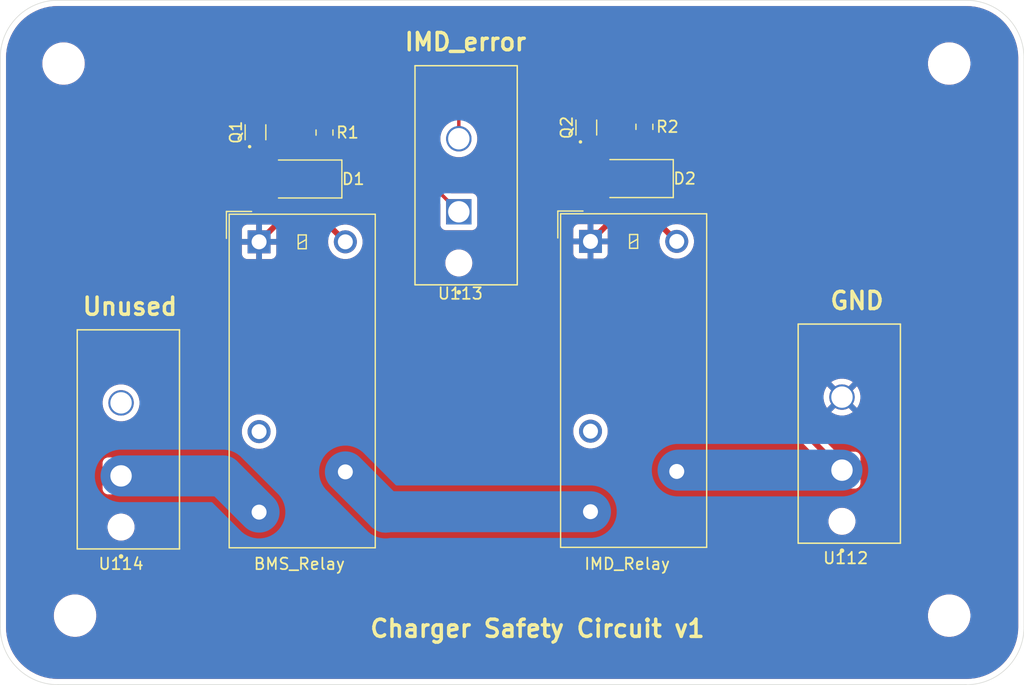
<source format=kicad_pcb>
(kicad_pcb (version 20241229) (generator "pcbnew") (generator_version "9.0")
  (layers (0 "F.Cu" signal) (2 "B.Cu" signal) (13 "F.Paste" user) (15 "B.Paste" user) (5 "F.SilkS" user "F.Silkscreen") (7 "B.SilkS" user "B.Silkscreen") (1 "F.Mask" user) (3 "B.Mask" user) (25 "Edge.Cuts" user))
  (net 0 "")
  (net 1 "Net-(D1-K)")
  (net 2 "GND")
  (net 3 "Net-(D2-K)")
  (net 5 "Net-(K3-Pad11)")
  (net 6 "/+12_Relay")
  (net 8 "+12V")
  (net 9 "/BMS_CSO")
  (net 10 "/IMD_Error")
  (net 11 "/Unused?")
  (footprint "641964-1:TE_641964-1" (layer "F.Cu") (at 117 115.35 90)
    (property "Reference" "U114" (at -7.65 0 0) (layer "F.SilkS"))
    (property "Value" "Relay Output")
    (fp_line (start 12.7 -3.81) (end -6.35 -3.81) (stroke (width 0.127)) (layer "F.SilkS"))
    (fp_line (start 12.7 -3.81) (end 12.7 5.08) (stroke (width 0.127)) (layer "F.SilkS"))
    (fp_line (start 12.7 5.08) (end -6.35 5.08) (stroke (width 0.127)) (layer "F.SilkS"))
    (fp_line (start -6.35 5.08) (end -6.35 -3.81) (stroke (width 0.127)) (layer "F.SilkS"))
    (fp_circle (center -7 0) (end -6.9 0) (stroke (width 0.2)) (fill no) (layer "F.SilkS"))
    (pad "" np_thru_hole circle (at -4.45 0 90) (size 1.86 1.86) (drill 1.86) (layers "*.Cu" "*.Mask"))
    (pad "1" thru_hole rect (at 0 0 90) (size 2.21 2.21) (drill 1.86) (layers "*.Cu" "*.Mask") (net 6 "/+12_Relay"))
    (pad "2" thru_hole circle (at 6.35 0 90) (size 2.21 2.21) (drill 1.86) (layers "*.Cu" "*.Mask") (net 11 "/Unused?"))
  )
  (footprint "Relay_THT:Relay_SPDT_Omron_G2RL-1" (layer "F.Cu") (at 157.8125 94.9625)
    (property "Reference" "K4" (hide yes))
    (property "Value" "IMD_Relay" (at 3.1875 28.0375 180) (layer "F.SilkS"))
    (fp_line (start -2.84 -2.64) (end -0.65 -2.64) (stroke (width 0.12)) (layer "F.SilkS"))
    (fp_line (start -2.84 -0.3) (end -2.84 -2.64) (stroke (width 0.12)) (layer "F.SilkS"))
    (fp_line (start -2.6 -2.4) (end -2.6 26.6) (stroke (width 0.12)) (layer "F.SilkS"))
    (fp_line (start -2.6 26.6) (end 10.1 26.6) (stroke (width 0.12)) (layer "F.SilkS"))
    (fp_line (start 3.4 -0.6) (end 3.4 0.6) (stroke (width 0.12)) (layer "F.SilkS"))
    (fp_line (start 3.4 0.2) (end 4.1 -0.2) (stroke (width 0.12)) (layer "F.SilkS"))
    (fp_line (start 3.4 0.6) (end 4.1 0.6) (stroke (width 0.12)) (layer "F.SilkS"))
    (fp_line (start 4.1 -0.6) (end 3.4 -0.6) (stroke (width 0.12)) (layer "F.SilkS"))
    (fp_line (start 4.1 0.6) (end 4.1 -0.6) (stroke (width 0.12)) (layer "F.SilkS"))
    (fp_line (start 10.1 -2.4) (end -2.6 -2.4) (stroke (width 0.12)) (layer "F.SilkS"))
    (fp_line (start 10.1 26.6) (end 10.1 -2.4) (stroke (width 0.12)) (layer "F.SilkS"))
    (pad "11" thru_hole circle (at 7.5 20) (size 2 2) (drill 1.3) (layers "*.Cu" "*.Mask") (net 8 "+12V"))
    (pad "12" thru_hole circle (at 0 16.5) (size 2 2) (drill 1.3) (layers "*.Cu" "*.Mask"))
    (pad "14" thru_hole circle (at 0 23.5) (size 2 2) (drill 1.3) (layers "*.Cu" "*.Mask") (net 5 "Net-(K3-Pad11)"))
    (pad "A1" thru_hole rect (at 0 0) (size 2 2) (drill 1.3) (layers "*.Cu" "*.Mask") (net 2 "GND"))
    (pad "A2" thru_hole circle (at 7.5 0) (size 2 2) (drill 1.3) (layers "*.Cu" "*.Mask") (net 3 "Net-(D2-K)"))
  )
  (footprint "Resistor_SMD:R_0805_2012Metric_Pad1.20x1.40mm_HandSolder" (layer "F.Cu") (at 162.5 85 -90)
    (property "Reference" "R2" (at 0 -2 0) (layer "F.SilkS"))
    (property "Value" "2.2K")
    (fp_line (start -0.227064 0.735) (end 0.227064 0.735) (stroke (width 0.12)) (layer "F.SilkS"))
    (fp_line (start -0.227064 -0.735) (end 0.227064 -0.735) (stroke (width 0.12)) (layer "F.SilkS"))
    (pad "1" smd roundrect (at -1 0 270) (size 1.2 1.4) (layers "F.Cu" "F.Mask" "F.Paste") (roundrect_rratio 0.208333) (net 10 "/IMD_Error"))
    (pad "2" smd roundrect (at 1 0 270) (size 1.2 1.4) (layers "F.Cu" "F.Mask" "F.Paste") (roundrect_rratio 0.208333) (net 2 "GND"))
  )
  (footprint "Relay_THT:Relay_SPDT_Omron_G2RL-1" (layer "F.Cu") (at 129 95)
    (property "Reference" "K3" (hide yes))
    (property "Value" "BMS_Relay" (at 3.5 28 180) (layer "F.SilkS"))
    (fp_line (start -2.84 -2.64) (end -0.65 -2.64) (stroke (width 0.12)) (layer "F.SilkS"))
    (fp_line (start -2.84 -0.3) (end -2.84 -2.64) (stroke (width 0.12)) (layer "F.SilkS"))
    (fp_line (start -2.6 -2.4) (end -2.6 26.6) (stroke (width 0.12)) (layer "F.SilkS"))
    (fp_line (start -2.6 26.6) (end 10.1 26.6) (stroke (width 0.12)) (layer "F.SilkS"))
    (fp_line (start 3.4 -0.6) (end 3.4 0.6) (stroke (width 0.12)) (layer "F.SilkS"))
    (fp_line (start 3.4 0.2) (end 4.1 -0.2) (stroke (width 0.12)) (layer "F.SilkS"))
    (fp_line (start 3.4 0.6) (end 4.1 0.6) (stroke (width 0.12)) (layer "F.SilkS"))
    (fp_line (start 4.1 -0.6) (end 3.4 -0.6) (stroke (width 0.12)) (layer "F.SilkS"))
    (fp_line (start 4.1 0.6) (end 4.1 -0.6) (stroke (width 0.12)) (layer "F.SilkS"))
    (fp_line (start 10.1 -2.4) (end -2.6 -2.4) (stroke (width 0.12)) (layer "F.SilkS"))
    (fp_line (start 10.1 26.6) (end 10.1 -2.4) (stroke (width 0.12)) (layer "F.SilkS"))
    (pad "11" thru_hole circle (at 7.5 20) (size 2 2) (drill 1.3) (layers "*.Cu" "*.Mask") (net 5 "Net-(K3-Pad11)"))
    (pad "12" thru_hole circle (at 0 16.5) (size 2 2) (drill 1.3) (layers "*.Cu" "*.Mask"))
    (pad "14" thru_hole circle (at 0 23.5) (size 2 2) (drill 1.3) (layers "*.Cu" "*.Mask") (net 6 "/+12_Relay"))
    (pad "A1" thru_hole rect (at 0 0) (size 2 2) (drill 1.3) (layers "*.Cu" "*.Mask") (net 2 "GND"))
    (pad "A2" thru_hole circle (at 7.5 0) (size 2 2) (drill 1.3) (layers "*.Cu" "*.Mask") (net 1 "Net-(D1-K)"))
  )
  (footprint "MountingHole:MountingHole_3.2mm_M3" (layer "F.Cu") (at 189 127.5)
    (property "Reference" "H103" (hide yes))
    (property "Value" "MountingHole")
    (pad "" np_thru_hole circle (at 0 0) (size 3.2 3.2) (drill 3.2) (layers "*.Cu" "*.Mask"))
  )
  (footprint "Resistor_SMD:R_0805_2012Metric_Pad1.20x1.40mm_HandSolder" (layer "F.Cu") (at 134.6875 85.5 -90)
    (property "Reference" "R1" (at 0 -2 180) (layer "F.SilkS"))
    (property "Value" "1K")
    (fp_line (start -0.227064 0.735) (end 0.227064 0.735) (stroke (width 0.12)) (layer "F.SilkS"))
    (fp_line (start -0.227064 -0.735) (end 0.227064 -0.735) (stroke (width 0.12)) (layer "F.SilkS"))
    (pad "1" smd roundrect (at -1 0 270) (size 1.2 1.4) (layers "F.Cu" "F.Mask" "F.Paste") (roundrect_rratio 0.208333) (net 8 "+12V"))
    (pad "2" smd roundrect (at 1 0 270) (size 1.2 1.4) (layers "F.Cu" "F.Mask" "F.Paste") (roundrect_rratio 0.208333) (net 9 "/BMS_CSO"))
  )
  (footprint "641964-1:TE_641964-1" (layer "F.Cu") (at 179.6775 114.85 90)
    (property "Reference" "U112" (at -7.65 0.3225 180) (layer "F.SilkS"))
    (property "Value" "Charger Input" (hide yes))
    (fp_line (start 12.7 -3.81) (end -6.35 -3.81) (stroke (width 0.127)) (layer "F.SilkS"))
    (fp_line (start 12.7 -3.81) (end 12.7 5.08) (stroke (width 0.127)) (layer "F.SilkS"))
    (fp_line (start 12.7 5.08) (end -6.35 5.08) (stroke (width 0.127)) (layer "F.SilkS"))
    (fp_line (start -6.35 5.08) (end -6.35 -3.81) (stroke (width 0.127)) (layer "F.SilkS"))
    (fp_circle (center -7 0) (end -6.9 0) (stroke (width 0.2)) (fill no) (layer "F.SilkS"))
    (pad "" np_thru_hole circle (at -4.45 0 90) (size 1.86 1.86) (drill 1.86) (layers "*.Cu" "*.Mask"))
    (pad "1" thru_hole rect (at 0 0 90) (size 2.21 2.21) (drill 1.86) (layers "*.Cu" "*.Mask") (net 8 "+12V"))
    (pad "2" thru_hole circle (at 6.35 0 90) (size 2.21 2.21) (drill 1.86) (layers "*.Cu" "*.Mask") (net 2 "GND"))
  )
  (footprint "Package_TO_SOT_SMD:SOT-523" (layer "F.Cu") (at 128.6875 85.475 90)
    (property "Reference" "Q1" (at 0 -1.7 90) (layer "F.SilkS"))
    (property "Value" "PMOS")
    (fp_line (start 0.65 -0.9) (end -0.65 -0.9) (stroke (width 0.12)) (layer "F.SilkS"))
    (fp_line (start 0.65 0.9) (end -0.65 0.9) (stroke (width 0.12)) (layer "F.SilkS"))
    (fp_circle (center -1.25 -0.51) (end -1.1 -0.51) (fill yes) (layer "F.SilkS"))
    (pad "1" smd roundrect (at -0.645 -0.5 270) (size 0.51 0.4) (layers "F.Cu" "F.Mask" "F.Paste") (net 1 "Net-(D1-K)"))
    (pad "2" smd roundrect (at -0.645 0.5 270) (size 0.51 0.4) (layers "F.Cu" "F.Mask" "F.Paste") (net 9 "/BMS_CSO"))
    (pad "3" smd roundrect (at 0.645 0 270) (size 0.51 0.4) (layers "F.Cu" "F.Mask" "F.Paste") (net 8 "+12V"))
  )
  (footprint "Package_TO_SOT_SMD:SOT-523" (layer "F.Cu") (at 157.45 85.0625 90)
    (property "Reference" "Q2" (at 0 -1.7 90) (layer "F.SilkS"))
    (property "Value" "PMOS")
    (fp_line (start 0.65 -0.9) (end -0.65 -0.9) (stroke (width 0.12)) (layer "F.SilkS"))
    (fp_line (start 0.65 0.9) (end -0.65 0.9) (stroke (width 0.12)) (layer "F.SilkS"))
    (fp_circle (center -1.25 -0.51) (end -1.1 -0.51) (fill yes) (layer "F.SilkS"))
    (pad "1" smd roundrect (at -0.645 -0.5 270) (size 0.51 0.4) (layers "F.Cu" "F.Mask" "F.Paste") (net 3 "Net-(D2-K)"))
    (pad "2" smd roundrect (at -0.645 0.5 270) (size 0.51 0.4) (layers "F.Cu" "F.Mask" "F.Paste") (net 10 "/IMD_Error"))
    (pad "3" smd roundrect (at 0.645 0 270) (size 0.51 0.4) (layers "F.Cu" "F.Mask" "F.Paste") (net 8 "+12V"))
  )
  (footprint "MountingHole:MountingHole_3.2mm_M3" (layer "F.Cu") (at 112 79.5)
    (property "Reference" "H102" (hide yes))
    (property "Value" "MountingHole")
    (pad "" np_thru_hole circle (at 0 0) (size 3.2 3.2) (drill 3.2) (layers "*.Cu" "*.Mask"))
  )
  (footprint "Diode_SMD:D_SMA" (layer "F.Cu") (at 161.5 89.5 180)
    (property "Reference" "D2" (at -4.5 0 0) (layer "F.SilkS"))
    (property "Value" "D_Schottky")
    (fp_line (start -3.51 1.65) (end 2 1.65) (stroke (width 0.12)) (layer "F.SilkS"))
    (fp_line (start -3.51 -1.65) (end 2 -1.65) (stroke (width 0.12)) (layer "F.SilkS"))
    (fp_line (start -3.51 -1.65) (end -3.51 1.65) (stroke (width 0.12)) (layer "F.SilkS"))
    (pad "1" smd roundrect (at -2 0 180) (size 2.5 1.8) (layers "F.Cu" "F.Mask" "F.Paste") (roundrect_rratio 0.1388888889) (net 3 "Net-(D2-K)"))
    (pad "2" smd roundrect (at 2 0 180) (size 2.5 1.8) (layers "F.Cu" "F.Mask" "F.Paste") (roundrect_rratio 0.1388888889) (net 2 "GND"))
  )
  (footprint "Diode_SMD:D_SMA" (layer "F.Cu") (at 132.6875 89.5375 180)
    (property "Reference" "D1" (at -4.5 0 0) (layer "F.SilkS"))
    (property "Value" "D_Schottky")
    (fp_line (start -3.51 1.65) (end 2 1.65) (stroke (width 0.12)) (layer "F.SilkS"))
    (fp_line (start -3.51 -1.65) (end 2 -1.65) (stroke (width 0.12)) (layer "F.SilkS"))
    (fp_line (start -3.51 -1.65) (end -3.51 1.65) (stroke (width 0.12)) (layer "F.SilkS"))
    (pad "1" smd roundrect (at -2 0 180) (size 2.5 1.8) (layers "F.Cu" "F.Mask" "F.Paste") (roundrect_rratio 0.1388888889) (net 1 "Net-(D1-K)"))
    (pad "2" smd roundrect (at 2 0 180) (size 2.5 1.8) (layers "F.Cu" "F.Mask" "F.Paste") (roundrect_rratio 0.1388888889) (net 2 "GND"))
  )
  (footprint "641964-1:TE_641964-1" (layer "F.Cu") (at 146.365 92.3875 90)
    (property "Reference" "U113" (at -7.1125 0.135 180) (layer "F.SilkS"))
    (property "Value" "Signal Inputs")
    (fp_line (start 12.7 -3.81) (end -6.35 -3.81) (stroke (width 0.127)) (layer "F.SilkS"))
    (fp_line (start 12.7 -3.81) (end 12.7 5.08) (stroke (width 0.127)) (layer "F.SilkS"))
    (fp_line (start 12.7 5.08) (end -6.35 5.08) (stroke (width 0.127)) (layer "F.SilkS"))
    (fp_line (start -6.35 5.08) (end -6.35 -3.81) (stroke (width 0.127)) (layer "F.SilkS"))
    (fp_circle (center -7 0) (end -6.9 0) (stroke (width 0.2)) (fill no) (layer "F.SilkS"))
    (pad "" np_thru_hole circle (at -4.45 0 90) (size 1.86 1.86) (drill 1.86) (layers "*.Cu" "*.Mask"))
    (pad "1" thru_hole rect (at 0 0 90) (size 2.21 2.21) (drill 1.86) (layers "*.Cu" "*.Mask") (net 9 "/BMS_CSO"))
    (pad "2" thru_hole circle (at 6.35 0 90) (size 2.21 2.21) (drill 1.86) (layers "*.Cu" "*.Mask") (net 10 "/IMD_Error"))
  )
  (footprint "MountingHole:MountingHole_3.2mm_M3" (layer "F.Cu") (at 189 79.5)
    (property "Reference" "H101" (hide yes))
    (property "Value" "MountingHole")
    (pad "" np_thru_hole circle (at 0 0) (size 3.2 3.2) (drill 3.2) (layers "*.Cu" "*.Mask"))
  )
  (footprint "MountingHole:MountingHole_3.2mm_M3" (layer "F.Cu") (at 113 127.5)
    (property "Reference" "H104" (hide yes))
    (property "Value" "MountingHole")
    (pad "" np_thru_hole circle (at 0 0) (size 3.2 3.2) (drill 3.2) (layers "*.Cu" "*.Mask"))
  )
  (gr_line (start 111.5 133.5) (end 190.5 133.5) (stroke (width 0.05)) (layer "Edge.Cuts"))
  (gr_arc (start 190.5 74) (mid 194.035534 75.464466) (end 195.5 79) (stroke (width 0.05)) (layer "Edge.Cuts"))
  (gr_line (start 106.5 79) (end 106.5 128.5) (stroke (width 0.05)) (layer "Edge.Cuts"))
  (gr_arc (start 195.5 128.5) (mid 194.035534 132.035534) (end 190.5 133.5) (stroke (width 0.05)) (layer "Edge.Cuts"))
  (gr_arc (start 111.5 133.5) (mid 107.964466 132.035534) (end 106.5 128.5) (stroke (width 0.05)) (layer "Edge.Cuts"))
  (gr_line (start 190.5 74) (end 111.5 74) (stroke (width 0.05)) (layer "Edge.Cuts"))
  (gr_arc (start 106.5 79) (mid 107.964466 75.464466) (end 111.5 74) (stroke (width 0.05)) (layer "Edge.Cuts"))
  (gr_line (start 195.5 128.5) (end 195.5 79) (stroke (width 0.05)) (layer "Edge.Cuts"))
  (gr_text "GND" (at 178.5 101 0) (layer "F.SilkS") (effects (font (size 1.5 1.5) (thickness 0.3) (bold yes)) (justify left bottom)))
  (gr_text "Unused" (at 113.5 101.5 0) (layer "F.SilkS") (effects (font (size 1.5 1.5) (thickness 0.3) (bold yes)) (justify left bottom)))
  (gr_text "IMD_error" (at 141.5 78.5 0) (layer "F.SilkS") (effects (font (size 1.5 1.5) (thickness 0.3) (bold yes)) (justify left bottom)))
  (gr_text "Charger Safety Circuit v1 " (at 138.5 129.5 0) (layer "F.SilkS") (effects (font (size 1.5 1.5) (thickness 0.3) (bold yes)) (justify left bottom)))
  (segment (start 134.6875 93.1875) (end 136.5 95) (width 0.5) (layer "F.Cu") (net 1))
  (segment (start 134.6875 89.5375) (end 134.6875 93.1875) (width 0.5) (layer "F.Cu") (net 1))
  (segment (start 128.926 87.601) (end 132.751 87.601) (width 0.5) (layer "F.Cu") (net 1))
  (segment (start 132.751 87.601) (end 134.6875 89.5375) (width 0.5) (layer "F.Cu") (net 1))
  (segment (start 128.1875 86.8625) (end 128.926 87.601) (width 0.5) (layer "F.Cu") (net 1))
  (segment (start 128.1875 86.12) (end 128.1875 86.8625) (width 0.5) (layer "F.Cu") (net 1))
  (segment (start 130.6875 93.3125) (end 129 95) (width 0.5) (layer "F.Cu") (net 2))
  (segment (start 130.6875 91.5375) (end 130.6875 93.3125) (width 0.5) (layer "F.Cu") (net 2))
  (segment (start 159.5 93.275) (end 157.8125 94.9625) (width 0.5) (layer "F.Cu") (net 2))
  (segment (start 159.5 89.5) (end 159.5 91.5) (width 0.5) (layer "F.Cu") (net 2))
  (segment (start 159.5 91.5) (end 159.5 93.275) (width 0.5) (layer "F.Cu") (net 2))
  (segment (start 130.6875 89.5375) (end 130.6875 91.5375) (width 0.5) (layer "F.Cu") (net 2))
  (segment (start 156.95 85.7075) (end 156.95 86.45) (width 0.5) (layer "F.Cu") (net 3))
  (segment (start 165.5 91.9) (end 163.5 91.9) (width 0.5) (layer "F.Cu") (net 3))
  (segment (start 163.5 89.5) (end 163.5 91.9) (width 0.5) (layer "F.Cu") (net 3))
  (segment (start 165.5 87.7) (end 165.5 91.9) (width 0.5) (layer "F.Cu") (net 3))
  (segment (start 163.5 91.9) (end 163.5 93.15) (width 0.5) (layer "F.Cu") (net 3))
  (segment (start 158.2 87.7) (end 165.5 87.7) (width 0.5) (layer "F.Cu") (net 3))
  (segment (start 156.95 86.45) (end 158.2 87.7) (width 0.5) (layer "F.Cu") (net 3))
  (segment (start 163.5 93.15) (end 165.3125 94.9625) (width 0.5) (layer "F.Cu") (net 3))
  (segment (start 157.8125 118.4625) (end 140.0375 118.4625) (width 3.56) (layer "B.Cu") (net 5))
  (segment (start 140 118.5) (end 136.5 115) (width 3.56) (layer "B.Cu") (net 5))
  (segment (start 140.0375 118.4625) (end 140 118.5) (width 3.56) (layer "B.Cu") (net 5))
  (segment (start 117 115.35) (end 125.85 115.35) (width 3.56) (layer "B.Cu") (net 6))
  (segment (start 125.85 115.35) (end 129 118.5) (width 3.56) (layer "B.Cu") (net 6))
  (segment (start 131.7075 84.83) (end 132 84.5375) (width 0.5) (layer "F.Cu") (net 8))
  (segment (start 149.5 84.25) (end 149.5 89.5) (width 0.5) (layer "F.Cu") (net 8))
  (segment (start 179.6775 114.85) (end 171.8125 106.985) (width 0.5) (layer "F.Cu") (net 8))
  (segment (start 149.5 89.5) (end 145.5 89.5) (width 0.5) (layer "F.Cu") (net 8))
  (segment (start 132 84.5375) (end 134.65 84.5375) (width 0.5) (layer "F.Cu") (net 8))
  (segment (start 140.5 84.5) (end 134.6875 84.5) (width 0.5) (layer "F.Cu") (net 8))
  (segment (start 134.65 84.5375) (end 134.6875 84.5) (width 0.2) (layer "F.Cu") (net 8))
  (segment (start 157.1575 84.125) (end 149.625 84.125) (width 0.5) (layer "F.Cu") (net 8))
  (segment (start 128.6875 84.83) (end 131.7075 84.83) (width 0.5) (layer "F.Cu") (net 8))
  (segment (start 132 78.5) (end 171.8125 78.5) (width 0.5) (layer "F.Cu") (net 8))
  (segment (start 132 84.5375) (end 132 78.5) (width 0.5) (layer "F.Cu") (net 8))
  (segment (start 157.45 84.4175) (end 157.1575 84.125) (width 0.5) (layer "F.Cu") (net 8))
  (segment (start 145.5 89.5) (end 140.5 84.5) (width 0.5) (layer "F.Cu") (net 8))
  (segment (start 171.8125 106.985) (end 171.8125 78.5) (width 0.5) (layer "F.Cu") (net 8))
  (segment (start 149.625 84.125) (end 149.5 84.25) (width 0.5) (layer "F.Cu") (net 8))
  (segment (start 179.6775 114.85) (end 165.425 114.85) (width 3.56) (layer "B.Cu") (net 8))
  (segment (start 165.425 114.85) (end 165.3125 114.9625) (width 0.2) (layer "B.Cu") (net 8))
  (segment (start 129.1875 86.12) (end 129.48 86.4125) (width 0.3) (layer "F.Cu") (net 9))
  (segment (start 134.6875 86.5) (end 140.4775 86.5) (width 0.3) (layer "F.Cu") (net 9))
  (segment (start 134.6 86.4125) (end 134.6875 86.5) (width 0.2) (layer "F.Cu") (net 9))
  (segment (start 129.48 86.4125) (end 134.6 86.4125) (width 0.3) (layer "F.Cu") (net 9))
  (segment (start 140.4775 86.5) (end 146.365 92.3875) (width 0.3) (layer "F.Cu") (net 9))
  (segment (start 162.5 84) (end 160.4 84) (width 0.3) (layer "F.Cu") (net 10))
  (segment (start 160.4 84) (end 158.6925 85.7075) (width 0.3) (layer "F.Cu") (net 10))
  (segment (start 146.5 81) (end 162.5 81) (width 0.3) (layer "F.Cu") (net 10))
  (segment (start 158.6925 85.7075) (end 157.95 85.7075) (width 0.3) (layer "F.Cu") (net 10))
  (segment (start 162.5 81) (end 162.5 84) (width 0.3) (layer "F.Cu") (net 10))
  (segment (start 146.365 86.0375) (end 146.365 81.135) (width 0.3) (layer "F.Cu") (net 10))
  (segment (start 146.365 81.135) (end 146.5 81) (width 0.2) (layer "F.Cu") (net 10))
  (zone (net 2) (net_name "GND") (layers "F.Cu" "B.Cu") (connect_pads (clearance 0.5)) (min_thickness 0.25) (fill yes (thermal_gap 0.5) (thermal_bridge_width 0.5))
    (polygon (pts (xy 106.5 133.5) (xy 195.5 133.5) (xy 195.5 74) (xy 106.5 74) (xy 106.5 77.5)))
  )
)
</source>
